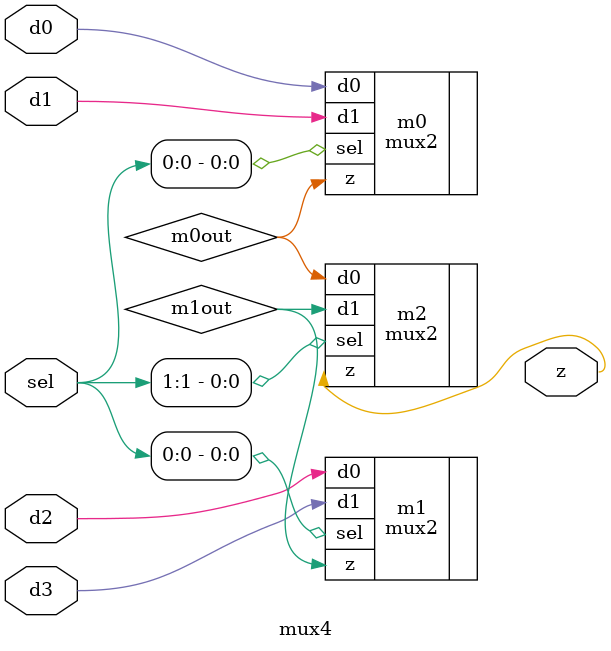
<source format=sv>
module mux4 (
    input logic d0,          // Data input 0
    input logic d1,          // Data input 1
    input logic d2,          // Data input 2
    input logic d3,          // Data input 3
    input logic [1:0] sel,   // Select input
    output logic z           // Output
);

// Put your code here
// ------------------
logic m0out;
logic m1out;
mux2 m0 (.d0(d0),.d1(d1),.sel(sel[0]),.z(m0out));
mux2 m1 (.d0(d2),.d1(d3),.sel(sel[0]),.z(m1out));
mux2 m2 (.d0(m0out),.d1(m1out),.sel(sel[1]),.z(z));
// End of your code

endmodule

</source>
